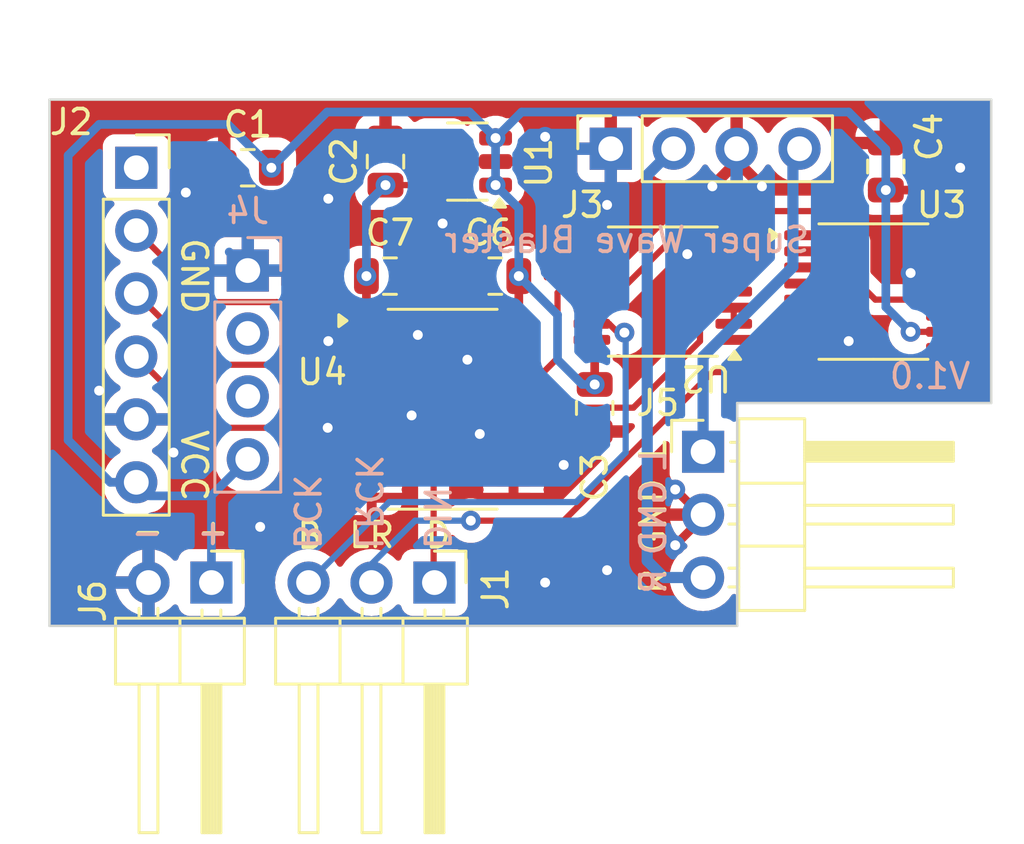
<source format=kicad_pcb>
(kicad_pcb (version 20240108) (generator "pcbnew") (generator_version "8.0")
  (layers (0 "F.Cu" signal) (31 "B.Cu" signal) (34 "B.Paste" user) (35 "F.Paste" user) (36 "B.SilkS" user "B.Silkscreen") (37 "F.SilkS" user "F.Silkscreen") (38 "B.Mask" user) (39 "F.Mask" user) (44 "Edge.Cuts" user))
  (net 0 "")
  (net 1 "GND")
  (net 2 "VCC")
  (net 3 "VDD")
  (net 4 "LRCK_EIAJ")
  (net 5 "BCK_EIAJ")
  (net 7 "Net-(U2-1A)")
  (net 8 "Net-(U2-1Y)")
  (net 9 "Net-(U2-2Y)")
  (net 20 "DIN_EIAJ")
  (net 21 "BCK_INV")
  (net 22 "BCK_I2S")
  (net 23 "LRCK_I2S")
  (net 24 "AUDIO_R")
  (net 25 "AUDIO_L")
  (net 26 "SCK_VDD")
  (net 27 "BCK_VDD")
  (net 28 "DIN_VDD")
  (net 29 "LRCK_VDD")
  (footprint "Package_SO:TSSOP-24_4.4x7.8mm_P0.65mm" (layer "F.Cu") (at 132.1125 76.25)
    (property "Reference" "U4" (at -4.8625 -1.5 0) (layer "F.SilkS"))
    (property "Value" "SN74LVC8T245PWR")
    (fp_line (start 0 -4.035) (end -2.2 -4.035) (stroke (width 0.12)) (layer "F.SilkS"))
    (fp_line (start 0 -4.035) (end 2.2 -4.035) (stroke (width 0.12)) (layer "F.SilkS"))
    (fp_line (start 0 4.035) (end -2.2 4.035) (stroke (width 0.12)) (layer "F.SilkS"))
    (fp_line (start 0 4.035) (end 2.2 4.035) (stroke (width 0.12)) (layer "F.SilkS"))
    (fp_poly (pts (xy -3.86 -3.575) (xy -4.19 -3.815) (xy -4.19 -3.335) (xy -3.86 -3.575)) (stroke (width 0.12)) (fill solid) (layer "F.SilkS"))
    (pad "1" smd roundrect (at -2.8625 -3.575) (size 1.475 0.4) (layers "F.Cu" "F.Paste" "F.Mask") (net 3 "VDD"))
    (pad "2" smd roundrect (at -2.8625 -2.925) (size 1.475 0.4) (layers "F.Cu" "F.Paste" "F.Mask") (net 1 "GND"))
    (pad "3" smd roundrect (at -2.8625 -2.275) (size 1.475 0.4) (layers "F.Cu" "F.Paste" "F.Mask") (net 1 "GND"))
    (pad "4" smd roundrect (at -2.8625 -1.625) (size 1.475 0.4) (layers "F.Cu" "F.Paste" "F.Mask") (net 27 "BCK_VDD"))
    (pad "5" smd roundrect (at -2.8625 -0.975) (size 1.475 0.4) (layers "F.Cu" "F.Paste" "F.Mask") (net 28 "DIN_VDD"))
    (pad "6" smd roundrect (at -2.8625 -0.325) (size 1.475 0.4) (layers "F.Cu" "F.Paste" "F.Mask") (net 29 "LRCK_VDD"))
    (pad "7" smd roundrect (at -2.8625 0.325) (size 1.475 0.4) (layers "F.Cu" "F.Paste" "F.Mask") (net 1 "GND"))
    (pad "8" smd roundrect (at -2.8625 0.975) (size 1.475 0.4) (layers "F.Cu" "F.Paste" "F.Mask") (net 1 "GND"))
    (pad "9" smd roundrect (at -2.8625 1.625) (size 1.475 0.4) (layers "F.Cu" "F.Paste" "F.Mask") (net 1 "GND"))
    (pad "10" smd roundrect (at -2.8625 2.275) (size 1.475 0.4) (layers "F.Cu" "F.Paste" "F.Mask") (net 1 "GND"))
    (pad "11" smd roundrect (at -2.8625 2.925) (size 1.475 0.4) (layers "F.Cu" "F.Paste" "F.Mask") (net 1 "GND"))
    (pad "12" smd roundrect (at -2.8625 3.575) (size 1.475 0.4) (layers "F.Cu" "F.Paste" "F.Mask") (net 1 "GND"))
    (pad "13" smd roundrect (at 2.8625 3.575) (size 1.475 0.4) (layers "F.Cu" "F.Paste" "F.Mask") (net 1 "GND"))
    (pad "14" smd roundrect (at 2.8625 2.925) (size 1.475 0.4) (layers "F.Cu" "F.Paste" "F.Mask") (net 1 "GND"))
    (pad "15" smd roundrect (at 2.8625 2.275) (size 1.475 0.4) (layers "F.Cu" "F.Paste" "F.Mask") (net 1 "GND"))
    (pad "16" smd roundrect (at 2.8625 1.625) (size 1.475 0.4) (layers "F.Cu" "F.Paste" "F.Mask") (net 1 "GND"))
    (pad "17" smd roundrect (at 2.8625 0.975) (size 1.475 0.4) (layers "F.Cu" "F.Paste" "F.Mask") (net 1 "GND"))
    (pad "18" smd roundrect (at 2.8625 0.325) (size 1.475 0.4) (layers "F.Cu" "F.Paste" "F.Mask") (net 23 "LRCK_I2S"))
    (pad "19" smd roundrect (at 2.8625 -0.325) (size 1.475 0.4) (layers "F.Cu" "F.Paste" "F.Mask") (net 20 "DIN_EIAJ"))
    (pad "20" smd roundrect (at 2.8625 -0.975) (size 1.475 0.4) (layers "F.Cu" "F.Paste" "F.Mask") (net 22 "BCK_I2S"))
    (pad "21" smd roundrect (at 2.8625 -1.625) (size 1.475 0.4) (layers "F.Cu" "F.Paste" "F.Mask") (net 1 "GND"))
    (pad "22" smd roundrect (at 2.8625 -2.275) (size 1.475 0.4) (layers "F.Cu" "F.Paste" "F.Mask") (net 1 "GND"))
    (pad "23" smd roundrect (at 2.8625 -2.925) (size 1.475 0.4) (layers "F.Cu" "F.Paste" "F.Mask") (net 2 "VCC"))
    (pad "24" smd roundrect (at 2.8625 -3.575) (size 1.475 0.4) (layers "F.Cu" "F.Paste" "F.Mask") (net 2 "VCC"))
  )
  (footprint "Capacitor_SMD:C_0805_2012Metric" (layer "F.Cu") (at 124.25 66.5 180)
    (property "Reference" "C1" (at 0 1.75 0) (layer "F.SilkS"))
    (property "Value" "10uf")
    (fp_line (start -0.261252 0.735) (end 0.261252 0.735) (stroke (width 0.12)) (layer "F.SilkS"))
    (fp_line (start -0.261252 -0.735) (end 0.261252 -0.735) (stroke (width 0.12)) (layer "F.SilkS"))
    (pad "1" smd roundrect (at -0.95 0 180) (size 1 1.45) (layers "F.Cu" "F.Paste" "F.Mask") (net 2 "VCC"))
    (pad "2" smd roundrect (at 0.95 0 180) (size 1 1.45) (layers "F.Cu" "F.Paste" "F.Mask") (net 1 "GND"))
  )
  (footprint "Package_TO_SOT_SMD:SOT-23-5" (layer "F.Cu") (at 133.1125 66.25 180)
    (property "Reference" "U1" (at -2.8875 -0.05 90) (layer "F.SilkS"))
    (property "Value" "TLV73333PDBV")
    (fp_line (start 0 1.56) (end 0.8 1.56) (stroke (width 0.12)) (layer "F.SilkS"))
    (fp_line (start 0 1.56) (end -0.8 1.56) (stroke (width 0.12)) (layer "F.SilkS"))
    (fp_line (start 0 -1.56) (end 0.8 -1.56) (stroke (width 0.12)) (layer "F.SilkS"))
    (fp_line (start 0 -1.56) (end -0.8 -1.56) (stroke (width 0.12)) (layer "F.SilkS"))
    (fp_poly (pts (xy -1.3 -1.51) (xy -1.54 -1.84) (xy -1.06 -1.84) (xy -1.3 -1.51)) (stroke (width 0.12)) (fill solid) (layer "F.SilkS"))
    (pad "1" smd roundrect (at -1.1375 -0.95 180) (size 1.325 0.6) (layers "F.Cu" "F.Paste" "F.Mask") (net 2 "VCC"))
    (pad "2" smd roundrect (at -1.1375 0 180) (size 1.325 0.6) (layers "F.Cu" "F.Paste" "F.Mask") (net 1 "GND"))
    (pad "3" smd roundrect (at -1.1375 0.95 180) (size 1.325 0.6) (layers "F.Cu" "F.Paste" "F.Mask") (net 2 "VCC"))
    (pad "4" smd roundrect (at 1.1375 0.95 180) (size 1.325 0.6) (layers "F.Cu" "F.Paste" "F.Mask"))
    (pad "5" smd roundrect (at 1.1375 -0.95 180) (size 1.325 0.6) (layers "F.Cu" "F.Paste" "F.Mask") (net 3 "VDD"))
  )
  (footprint "Connector_PinHeader_2.54mm:PinHeader_1x02_P2.54mm_Horizontal" (layer "F.Cu") (at 122.782925 83.25 -90)
    (property "Reference" "J6" (at 0.75 4.782925 90) (layer "F.SilkS"))
    (property "Value" "Power Input")
    (fp_line (start 1.44 3.87) (end 4.1 3.87) (stroke (width 0.12)) (layer "F.SilkS"))
    (fp_line (start 4.1 3.87) (end 4.1 -1.33) (stroke (width 0.12)) (layer "F.SilkS"))
    (fp_line (start 1.042929 2.92) (end 1.44 2.92) (stroke (width 0.12)) (layer "F.SilkS"))
    (fp_line (start 10.1 2.92) (end 4.1 2.92) (stroke (width 0.12)) (layer "F.SilkS"))
    (fp_line (start 1.042929 2.16) (end 1.44 2.16) (stroke (width 0.12)) (layer "F.SilkS"))
    (fp_line (start 4.1 2.16) (end 10.1 2.16) (stroke (width 0.12)) (layer "F.SilkS"))
    (fp_line (start 10.1 2.16) (end 10.1 2.92) (stroke (width 0.12)) (layer "F.SilkS"))
    (fp_line (start 1.44 1.27) (end 4.1 1.27) (stroke (width 0.12)) (layer "F.SilkS"))
    (fp_line (start 1.11 0.38) (end 1.44 0.38) (stroke (width 0.12)) (layer "F.SilkS"))
    (fp_line (start 10.1 0.38) (end 4.1 0.38) (stroke (width 0.12)) (layer "F.SilkS"))
    (fp_line (start 4.1 0.28) (end 10.1 0.28) (stroke (width 0.12)) (layer "F.SilkS"))
    (fp_line (start 4.1 0.16) (end 10.1 0.16) (stroke (width 0.12)) (layer "F.SilkS"))
    (fp_line (start 4.1 0.04) (end 10.1 0.04) (stroke (width 0.12)) (layer "F.SilkS"))
    (fp_line (start -1.27 0) (end -1.27 -1.27) (stroke (width 0.12)) (layer "F.SilkS"))
    (fp_line (start 4.1 -0.08) (end 10.1 -0.08) (stroke (width 0.12)) (layer "F.SilkS"))
    (fp_line (start 4.1 -0.2) (end 10.1 -0.2) (stroke (width 0.12)) (layer "F.SilkS"))
    (fp_line (start 4.1 -0.32) (end 10.1 -0.32) (stroke (width 0.12)) (layer "F.SilkS"))
    (fp_line (start 1.11 -0.38) (end 1.44 -0.38) (stroke (width 0.12)) (layer "F.SilkS"))
    (fp_line (start 4.1 -0.38) (end 10.1 -0.38) (stroke (width 0.12)) (layer "F.SilkS"))
    (fp_line (start 10.1 -0.38) (end 10.1 0.38) (stroke (width 0.12)) (layer "F.SilkS"))
    (fp_line (start -1.27 -1.27) (end 0 -1.27) (stroke (width 0.12)) (layer "F.SilkS"))
    (fp_line (start 1.44 -1.33) (end 1.44 3.87) (stroke (width 0.12)) (layer "F.SilkS"))
    (fp_line (start 4.1 -1.33) (end 1.44 -1.33) (stroke (width 0.12)) (layer "F.SilkS"))
    (pad "1" thru_hole rect (at 0 0 270) (size 1.7 1.7) (drill 1) (layers "*.Cu" "*.Mask") (net 2 "VCC"))
    (pad "2" thru_hole oval (at 0 2.54 270) (size 1.7 1.7) (drill 1) (layers "*.Cu" "*.Mask") (net 1 "GND"))
  )
  (footprint "Connector_PinSocket_2.54mm:PinSocket_1x06_P2.54mm_Vertical" (layer "F.Cu") (at 119.75 66.5)
    (property "Reference" "J2" (at -2.624899 -1.847525 0) (layer "F.SilkS"))
    (property "Value" "PCM5102_I2S")
    (fp_line (start -1.33 1.27) (end -1.33 14.03) (stroke (width 0.12)) (layer "F.SilkS"))
    (fp_line (start -1.33 1.27) (end 1.33 1.27) (stroke (width 0.12)) (layer "F.SilkS"))
    (fp_line (start -1.33 14.03) (end 1.33 14.03) (stroke (width 0.12)) (layer "F.SilkS"))
    (fp_line (start 0 -1.33) (end 1.33 -1.33) (stroke (width 0.12)) (layer "F.SilkS"))
    (fp_line (start 1.33 -1.33) (end 1.33 0) (stroke (width 0.12)) (layer "F.SilkS"))
    (fp_line (start 1.33 1.27) (end 1.33 14.03) (stroke (width 0.12)) (layer "F.SilkS"))
    (pad "1" thru_hole rect (at 0 0) (size 1.7 1.7) (drill 1) (layers "*.Cu" "*.Mask") (net 26 "SCK_VDD"))
    (pad "2" thru_hole oval (at 0 2.54) (size 1.7 1.7) (drill 1) (layers "*.Cu" "*.Mask") (net 27 "BCK_VDD"))
    (pad "3" thru_hole oval (at 0 5.08) (size 1.7 1.7) (drill 1) (layers "*.Cu" "*.Mask") (net 28 "DIN_VDD"))
    (pad "4" thru_hole oval (at 0 7.62) (size 1.7 1.7) (drill 1) (layers "*.Cu" "*.Mask") (net 29 "LRCK_VDD"))
    (pad "5" thru_hole oval (at 0 10.16) (size 1.7 1.7) (drill 1) (layers "*.Cu" "*.Mask") (net 1 "GND"))
    (pad "6" thru_hole oval (at 0 12.7) (size 1.7 1.7) (drill 1) (layers "*.Cu" "*.Mask") (net 2 "VCC"))
  )
  (footprint "Package_SO:TSSOP-16_4.4x5mm_P0.65mm" (layer "F.Cu") (at 149.5 71.5)
    (property "Reference" "U3" (at 2.75 -3.5 0) (layer "F.SilkS"))
    (property "Value" "SN74HC595PWR")
    (fp_line (start 0 -2.735) (end -2.2 -2.735) (stroke (width 0.12)) (layer "F.SilkS"))
    (fp_line (start 0 -2.735) (end 2.2 -2.735) (stroke (width 0.12)) (layer "F.SilkS"))
    (fp_line (start 0 2.735) (end -2.2 2.735) (stroke (width 0.12)) (layer "F.SilkS"))
    (fp_line (start 0 2.735) (end 2.2 2.735) (stroke (width 0.12)) (layer "F.SilkS"))
    (fp_poly (pts (xy -3.86 -2.275) (xy -4.19 -2.515) (xy -4.19 -2.035) (xy -3.86 -2.275)) (stroke (width 0.12)) (fill solid) (layer "F.SilkS"))
    (pad "1" smd roundrect (at -2.8625 -2.275) (size 1.475 0.4) (layers "F.Cu" "F.Paste" "F.Mask"))
    (pad "2" smd roundrect (at -2.8625 -1.625) (size 1.475 0.4) (layers "F.Cu" "F.Paste" "F.Mask"))
    (pad "3" smd roundrect (at -2.8625 -0.975) (size 1.475 0.4) (layers "F.Cu" "F.Paste" "F.Mask"))
    (pad "4" smd roundrect (at -2.8625 -0.325) (size 1.475 0.4) (layers "F.Cu" "F.Paste" "F.Mask"))
    (pad "5" smd roundrect (at -2.8625 0.325) (size 1.475 0.4) (layers "F.Cu" "F.Paste" "F.Mask"))
    (pad "6" smd roundrect (at -2.8625 0.975) (size 1.475 0.4) (layers "F.Cu" "F.Paste" "F.Mask") (net 7 "Net-(U2-1A)"))
    (pad "7" smd roundrect (at -2.8625 1.625) (size 1.475 0.4) (layers "F.Cu" "F.Paste" "F.Mask"))
    (pad "8" smd roundrect (at -2.8625 2.275) (size 1.475 0.4) (layers "F.Cu" "F.Paste" "F.Mask") (net 1 "GND"))
    (pad "9" smd roundrect (at 2.8625 2.275) (size 1.475 0.4) (layers "F.Cu" "F.Paste" "F.Mask"))
    (pad "10" smd roundrect (at 2.8625 1.625) (size 1.475 0.4) (layers "F.Cu" "F.Paste" "F.Mask") (net 2 "VCC"))
    (pad "11" smd roundrect (at 2.8625 0.975) (size 1.475 0.4) (layers "F.Cu" "F.Paste" "F.Mask") (net 21 "BCK_INV"))
    (pad "12" smd roundrect (at 2.8625 0.325) (size 1.475 0.4) (layers "F.Cu" "F.Paste" "F.Mask") (net 21 "BCK_INV"))
    (pad "13" smd roundrect (at 2.8625 -0.325) (size 1.475 0.4) (layers "F.Cu" "F.Paste" "F.Mask") (net 1 "GND"))
    (pad "14" smd roundrect (at 2.8625 -0.975) (size 1.475 0.4) (layers "F.Cu" "F.Paste" "F.Mask") (net 4 "LRCK_EIAJ"))
    (pad "15" smd roundrect (at 2.8625 -1.625) (size 1.475 0.4) (layers "F.Cu" "F.Paste" "F.Mask"))
    (pad "16" smd roundrect (at 2.8625 -2.275) (size 1.475 0.4) (layers "F.Cu" "F.Paste" "F.Mask") (net 2 "VCC"))
  )
  (footprint "Capacitor_SMD:C_0805_2012Metric" (layer "F.Cu") (at 138.25 76.2 -90)
    (property "Reference" "C3" (at 2.8 0 90) (layer "F.SilkS"))
    (property "Value" "0.1uf")
    (fp_line (start -0.261252 0.735) (end 0.261252 0.735) (stroke (width 0.12)) (layer "F.SilkS"))
    (fp_line (start -0.261252 -0.735) (end 0.261252 -0.735) (stroke (width 0.12)) (layer "F.SilkS"))
    (pad "1" smd roundrect (at -0.95 0 270) (size 1 1.45) (layers "F.Cu" "F.Paste" "F.Mask") (net 2 "VCC"))
    (pad "2" smd roundrect (at 0.95 0 270) (size 1 1.45) (layers "F.Cu" "F.Paste" "F.Mask") (net 1 "GND"))
  )
  (footprint "Capacitor_SMD:C_0805_2012Metric" (layer "F.Cu") (at 129.807875 66.25 90)
    (property "Reference" "C2" (at 0 -1.68 90) (layer "F.SilkS"))
    (property "Value" "10uf")
    (fp_line (start -0.261252 -0.735) (end 0.261252 -0.735) (stroke (width 0.12)) (layer "F.SilkS"))
    (fp_line (start -0.261252 0.735) (end 0.261252 0.735) (stroke (width 0.12)) (layer "F.SilkS"))
    (pad "1" smd roundrect (at -0.95 0 90) (size 1 1.45) (layers "F.Cu" "F.Paste" "F.Mask") (net 3 "VDD"))
    (pad "2" smd roundrect (at 0.95 0 90) (size 1 1.45) (layers "F.Cu" "F.Paste" "F.Mask") (net 1 "GND"))
  )
  (footprint "Connector_PinSocket_2.54mm:PinSocket_1x04_P2.54mm_Vertical" (layer "F.Cu") (at 138.898314 65.73133 90)
    (property "Reference" "J3" (at -2.26867 -1.148314 180) (layer "F.SilkS"))
    (property "Value" "PCM5102_Audio")
    (fp_line (start 1.33 -1.33) (end 1.33 0) (stroke (width 0.12)) (layer "F.SilkS"))
    (fp_line (start 0 -1.33) (end 1.33 -1.33) (stroke (width 0.12)) (layer "F.SilkS"))
    (fp_line (start 1.33 1.27) (end 1.33 8.95) (stroke (width 0.12)) (layer "F.SilkS"))
    (fp_line (start -1.33 1.27) (end 1.33 1.27) (stroke (width 0.12)) (layer "F.SilkS"))
    (fp_line (start -1.33 1.27) (end -1.33 8.95) (stroke (width 0.12)) (layer "F.SilkS"))
    (fp_line (start -1.33 8.95) (end 1.33 8.95) (stroke (width 0.12)) (layer "F.SilkS"))
    (pad "1" thru_hole rect (at 0 0 90) (size 1.7 1.7) (drill 1) (layers "*.Cu" "*.Mask") (net 1 "GND"))
    (pad "2" thru_hole oval (at 0 2.54 90) (size 1.7 1.7) (drill 1) (layers "*.Cu" "*.Mask") (net 24 "AUDIO_R"))
    (pad "3" thru_hole oval (at 0 5.08 90) (size 1.7 1.7) (drill 1) (layers "*.Cu" "*.Mask") (net 1 "GND"))
    (pad "4" thru_hole oval (at 0 7.62 90) (size 1.7 1.7) (drill 1) (layers "*.Cu" "*.Mask") (net 25 "AUDIO_L"))
  )
  (footprint "Capacitor_SMD:C_0805_2012Metric" (layer "F.Cu") (at 150 66.45 90)
    (property "Reference" "C4" (at 1.2 1.75 90) (layer "F.SilkS"))
    (property "Value" "0.1uf")
    (fp_line (start -0.261252 -0.735) (end 0.261252 -0.735) (stroke (width 0.12)) (layer "F.SilkS"))
    (fp_line (start -0.261252 0.735) (end 0.261252 0.735) (stroke (width 0.12)) (layer "F.SilkS"))
    (pad "1" smd roundrect (at -0.95 0 90) (size 1 1.45) (layers "F.Cu" "F.Paste" "F.Mask") (net 2 "VCC"))
    (pad "2" smd roundrect (at 0.95 0 90) (size 1 1.45) (layers "F.Cu" "F.Paste" "F.Mask") (net 1 "GND"))
  )
  (footprint "Connector_PinHeader_2.54mm:PinHeader_1x03_P2.54mm_Horizontal" (layer "F.Cu") (at 142.625 77.9675)
    (property "Reference" "J5" (at -1.825 -1.9675 0) (layer "F.SilkS"))
    (property "Value" "Audio_Out")
    (fp_line (start -1.27 -1.27) (end 0 -1.27) (stroke (width 0.12)) (layer "F.SilkS"))
    (fp_line (start -1.27 0) (end -1.27 -1.27) (stroke (width 0.12)) (layer "F.SilkS"))
    (fp_line (start 1.042929 2.16) (end 1.44 2.16) (stroke (width 0.12)) (layer "F.SilkS"))
    (fp_line (start 1.042929 2.92) (end 1.44 2.92) (stroke (width 0.12)) (layer "F.SilkS"))
    (fp_line (start 1.042929 4.7) (end 1.44 4.7) (stroke (width 0.12)) (layer "F.SilkS"))
    (fp_line (start 1.042929 5.46) (end 1.44 5.46) (stroke (width 0.12)) (layer "F.SilkS"))
    (fp_line (start 1.11 -0.38) (end 1.44 -0.38) (stroke (width 0.12)) (layer "F.SilkS"))
    (fp_line (start 1.11 0.38) (end 1.44 0.38) (stroke (width 0.12)) (layer "F.SilkS"))
    (fp_line (start 1.44 -1.33) (end 1.44 6.41) (stroke (width 0.12)) (layer "F.SilkS"))
    (fp_line (start 1.44 1.27) (end 4.1 1.27) (stroke (width 0.12)) (layer "F.SilkS"))
    (fp_line (start 1.44 3.81) (end 4.1 3.81) (stroke (width 0.12)) (layer "F.SilkS"))
    (fp_line (start 1.44 6.41) (end 4.1 6.41) (stroke (width 0.12)) (layer "F.SilkS"))
    (fp_line (start 4.1 -1.33) (end 1.44 -1.33) (stroke (width 0.12)) (layer "F.SilkS"))
    (fp_line (start 4.1 -0.38) (end 10.1 -0.38) (stroke (width 0.12)) (layer "F.SilkS"))
    (fp_line (start 4.1 -0.32) (end 10.1 -0.32) (stroke (width 0.12)) (layer "F.SilkS"))
    (fp_line (start 4.1 -0.2) (end 10.1 -0.2) (stroke (width 0.12)) (layer "F.SilkS"))
    (fp_line (start 4.1 -0.08) (end 10.1 -0.08) (stroke (width 0.12)) (layer "F.SilkS"))
    (fp_line (start 4.1 0.04) (end 10.1 0.04) (stroke (width 0.12)) (layer "F.SilkS"))
    (fp_line (start 4.1 0.16) (end 10.1 0.16) (stroke (width 0.12)) (layer "F.SilkS"))
    (fp_line (start 4.1 0.28) (end 10.1 0.28) (stroke (width 0.12)) (layer "F.SilkS"))
    (fp_line (start 4.1 2.16) (end 10.1 2.16) (stroke (width 0.12)) (layer "F.SilkS"))
    (fp_line (start 4.1 4.7) (end 10.1 4.7) (stroke (width 0.12)) (layer "F.SilkS"))
    (fp_line (start 4.1 6.41) (end 4.1 -1.33) (stroke (width 0.12)) (layer "F.SilkS"))
    (fp_line (start 10.1 -0.38) (end 10.1 0.38) (stroke (width 0.12)) (layer "F.SilkS"))
    (fp_line (start 10.1 0.38) (end 4.1 0.38) (stroke (width 0.12)) (layer "F.SilkS"))
    (fp_line (start 10.1 2.16) (end 10.1 2.92) (stroke (width 0.12)) (layer "F.SilkS"))
    (fp_line (start 10.1 2.92) (end 4.1 2.92) (stroke (width 0.12)) (layer "F.SilkS"))
    (fp_line (start 10.1 4.7) (end 10.1 5.46) (stroke (width 0.12)) (layer "F.SilkS"))
    (fp_line (start 10.1 5.46) (end 4.1 5.46) (stroke (width 0.12)) (layer "F.SilkS"))
    (pad "1" thru_hole rect (at 0 0) (size 1.7 1.7) (drill 1) (layers "*.Cu" "*.Mask") (net 25 "AUDIO_L"))
    (pad "2" thru_hole oval (at 0 2.54) (size 1.7 1.7) (drill 1) (layers "*.Cu" "*.Mask") (net 1 "GND"))
    (pad "3" thru_hole oval (at 0 5.08) (size 1.7 1.7) (drill 1) (layers "*.Cu" "*.Mask") (net 24 "AUDIO_R"))
  )
  (footprint "Capacitor_SMD:C_0805_2012Metric" (layer "F.Cu") (at 134.2375 70.875 180)
    (property "Reference" "C6" (at 0.25 1.75 0) (layer "F.SilkS"))
    (property "Value" "0.1uf")
    (fp_line (start -0.261252 0.735) (end 0.261252 0.735) (stroke (width 0.12)) (layer "F.SilkS"))
    (fp_line (start -0.261252 -0.735) (end 0.261252 -0.735) (stroke (width 0.12)) (layer "F.SilkS"))
    (pad "1" smd roundrect (at -0.95 0 180) (size 1 1.45) (layers "F.Cu" "F.Paste" "F.Mask") (net 2 "VCC"))
    (pad "2" smd roundrect (at 0.95 0 180) (size 1 1.45) (layers "F.Cu" "F.Paste" "F.Mask") (net 1 "GND"))
  )
  (footprint "Capacitor_SMD:C_0805_2012Metric" (layer "F.Cu") (at 129.9875 70.875)
    (property "Reference" "C7" (at 0 -1.75 0) (layer "F.SilkS"))
    (property "Value" "0.1uf")
    (fp_line (start -0.261252 -0.735) (end 0.261252 -0.735) (stroke (width 0.12)) (layer "F.SilkS"))
    (fp_line (start -0.261252 0.735) (end 0.261252 0.735) (stroke (width 0.12)) (layer "F.SilkS"))
    (pad "1" smd roundrect (at -0.95 0) (size 1 1.45) (layers "F.Cu" "F.Paste" "F.Mask") (net 3 "VDD"))
    (pad "2" smd roundrect (at 0.95 0) (size 1 1.45) (layers "F.Cu" "F.Paste" "F.Mask") (net 1 "GND"))
  )
  (footprint "Package_SO:TSSOP-14_4.4x5mm_P0.65mm" (layer "F.Cu") (at 141 71.5 180)
    (property "Reference" "U2" (at -1.75 -3.5 180) (layer "F.SilkS"))
    (property "Value" "CD74HCT14PWR")
    (fp_line (start 0 2.61) (end 2.2 2.61) (stroke (width 0.12)) (layer "F.SilkS"))
    (fp_line (start 0 2.61) (end -2.2 2.61) (stroke (width 0.12)) (layer "F.SilkS"))
    (fp_line (start 0 -2.61) (end 2.2 -2.61) (stroke (width 0.12)) (layer "F.SilkS"))
    (fp_line (start 0 -2.61) (end -2.2 -2.61) (stroke (width 0.12)) (layer "F.SilkS"))
    (fp_poly (pts (xy -2.9 -2.41) (xy -3.14 -2.74) (xy -2.66 -2.74) (xy -2.9 -2.41)) (stroke (width 0.12)) (fill solid) (layer "F.SilkS"))
    (pad "1" smd roundrect (at -2.8625 -1.95 180) (size 1.475 0.4) (layers "F.Cu" "F.Paste" "F.Mask") (net 7 "Net-(U2-1A)"))
    (pad "2" smd roundrect (at -2.8625 -1.3 180) (size 1.475 0.4) (layers "F.Cu" "F.Paste" "F.Mask") (net 8 "Net-(U2-1Y)"))
    (pad "3" smd roundrect (at -2.8625 -0.65 180) (size 1.475 0.4) (layers "F.Cu" "F.Paste" "F.Mask") (net 8 "Net-(U2-1Y)"))
    (pad "4" smd roundrect (at -2.8625 0 180) (size 1.475 0.4) (layers "F.Cu" "F.Paste" "F.Mask") (net 9 "Net-(U2-2Y)"))
    (pad "5" smd roundrect (at -2.8625 0.65 180) (size 1.475 0.4) (layers "F.Cu" "F.Paste" "F.Mask") (net 9 "Net-(U2-2Y)"))
    (pad "6" smd roundrect (at -2.8625 1.3 180) (size 1.475 0.4) (layers "F.Cu" "F.Paste" "F.Mask") (net 23 "LRCK_I2S"))
    (pad "7" smd roundrect (at -2.8625 1.95 180) (size 1.475 0.4) (layers "F.Cu" "F.Paste" "F.Mask") (net 1 "GND"))
    (pad "8" smd roundrect (at 2.8625 1.95 180) (size 1.475 0.4) (layers "F.Cu" "F.Paste" "F.Mask"))
    (pad "9" smd roundrect (at 2.8625 1.3 180) (size 1.475 0.4) (layers "F.Cu" "F.Paste" "F.Mask"))
    (pad "10" smd roundrect (at 2.8625 0.65 180) (size 1.475 0.4) (layers "F.Cu" "F.Paste" "F.Mask") (net 22 "BCK_I2S"))
    (pad "11" smd roundrect (at 2.8625 0 180) (size 1.475 0.4) (layers "F.Cu" "F.Paste" "F.Mask") (net 21 "BCK_INV"))
    (pad "12" smd roundrect (at 2.8625 -0.65 180) (size 1.475 0.4) (layers "F.Cu" "F.Paste" "F.Mask") (net 21 "BCK_INV"))
    (pad "13" smd roundrect (at 2.8625 -1.3 180) (size 1.475 0.4) (layers "F.Cu" "F.Paste" "F.Mask") (net 5 "BCK_EIAJ"))
    (pad "14" smd roundrect (at 2.8625 -1.95 180) (size 1.475 0.4) (layers "F.Cu" "F.Paste" "F.Mask") (net 2 "VCC"))
  )
  (footprint "Connector_PinHeader_2.54mm:PinHeader_1x03_P2.54mm_Horizontal" (layer "F.Cu") (at 131.782925 83.25 -90)
    (property "Reference" "J1" (at 0.25 -2.467075 90) (layer "F.SilkS"))
    (property "Value" "EIAJ_Input")
    (fp_line (start 1.44 6.41) (end 4.1 6.41) (stroke (width 0.12)) (layer "F.SilkS"))
    (fp_line (start 4.1 6.41) (end 4.1 -1.33) (stroke (width 0.12)) (layer "F.SilkS"))
    (fp_line (start 1.042929 5.46) (end 1.44 5.46) (stroke (width 0.12)) (layer "F.SilkS"))
    (fp_line (start 10.1 5.46) (end 4.1 5.46) (stroke (width 0.12)) (layer "F.SilkS"))
    (fp_line (start 1.042929 4.7) (end 1.44 4.7) (stroke (width 0.12)) (layer "F.SilkS"))
    (fp_line (start 4.1 4.7) (end 10.1 4.7) (stroke (width 0.12)) (layer "F.SilkS"))
    (fp_line (start 10.1 4.7) (end 10.1 5.46) (stroke (width 0.12)) (layer "F.SilkS"))
    (fp_line (start 1.44 3.81) (end 4.1 3.81) (stroke (width 0.12)) (layer "F.SilkS"))
    (fp_line (start 1.042929 2.92) (end 1.44 2.92) (stroke (width 0.12)) (layer "F.SilkS"))
    (fp_line (start 10.1 2.92) (end 4.1 2.92) (stroke (width 0.12)) (layer "F.SilkS"))
    (fp_line (start 1.042929 2.16) (end 1.44 2.16) (stroke (width 0.12)) (layer "F.SilkS"))
    (fp_line (start 4.1 2.16) (end 10.1 2.16) (stroke (width 0.12)) (layer "F.SilkS"))
    (fp_line (start 10.1 2.16) (end 10.1 2.92) (stroke (width 0.12)) (layer "F.SilkS"))
    (fp_line (start 1.44 1.27) (end 4.1 1.27) (stroke (width 0.12)) (layer "F.SilkS"))
    (fp_line (start 1.11 0.38) (end 1.44 0.38) (stroke (width 0.12)) (layer "F.SilkS"))
    (fp_line (start 10.1 0.38) (end 4.1 0.38) (stroke (width 0.12)) (layer "F.SilkS"))
    (fp_line (start 4.1 0.28) (end 10.1 0.28) (stroke (width 0.12)) (layer "F.SilkS"))
    (fp_line (start 4.1 0.16) (end 10.1 0.16) (stroke (width 0.12)) (layer "F.SilkS"))
    (fp_line (start 4.1 0.04) (end 10.1 0.04) (stroke (width 0.12)) (layer "F.SilkS"))
    (fp_line (start -1.27 0) (end -1.27 -1.27) (stroke (width 0.12)) (layer "F.SilkS"))
    (fp_line (start 4.1 -0.08) (end 10.1 -0.08) (stroke (width 0.12)) (layer "F.SilkS"))
    (fp_line (start 4.1 -0.2) (end 10.1 -0.2) (stroke (width 0.12)) (layer "F.SilkS"))
    (fp_line (start 4.1 -0.32) (end 10.1 -0.32) (stroke (width 0.12)) (layer "F.SilkS"))
    (fp_line (start 1.11 -0.38) (end 1.44 -0.38) (stroke (width 0.12)) (layer "F.SilkS"))
    (fp_line (start 4.1 -0.38) (end 10.1 -0.38) (stroke (width 0.12)) (layer "F.SilkS"))
    (fp_line (start 10.1 -0.38) (end 10.1 0.38) (stroke (width 0.12)) (layer "F.SilkS"))
    (fp_line (start -1.27 -1.27) (end 0 -1.27) (stroke (width 0.12)) (layer "F.SilkS"))
    (fp_line (start 1.44 -1.33) (end 1.44 6.41) (stroke (width 0.12)) (layer "F.SilkS"))
    (fp_line (start 4.1 -1.33) (end 1.44 -1.33) (stroke (width 0.12)) (layer "F.SilkS"))
    (pad "1" thru_hole rect (at 0 0 270) (size 1.7 1.7) (drill 1) (layers "*.Cu" "*.Mask") (net 20 "DIN_EIAJ"))
    (pad "2" thru_hole oval (at 0 2.54 270) (size 1.7 1.7) (drill 1) (layers "*.Cu" "*.Mask") (net 4 "LRCK_EIAJ"))
    (pad "3" thru_hole oval (at 0 5.08 270) (size 1.7 1.7) (drill 1) (layers "*.Cu" "*.Mask") (net 5 "BCK_EIAJ"))
  )
  (footprint "Connector_PinHeader_2.54mm:PinHeader_1x04_P2.54mm_Vertical" (layer "B.Cu") (at 124.25 70.65 180)
    (property "Reference" "J4" (at 0 2.4 0) (layer "B.SilkS") (effects (justify mirror)))
    (property "Value" "Power Input")
    (fp_line (start 1.33 -1.27) (end 1.33 -8.95) (stroke (width 0.12)) (layer "B.SilkS"))
    (fp_line (start -1.33 1.33) (end 0 1.33) (stroke (width 0.12)) (layer "B.SilkS"))
    (fp_line (start -1.33 0) (end -1.33 1.33) (stroke (width 0.12)) (layer "B.SilkS"))
    (fp_line (start -1.33 -1.27) (end 1.33 -1.27) (stroke (width 0.12)) (layer "B.SilkS"))
    (fp_line (start -1.33 -1.27) (end -1.33 -8.95) (stroke (width 0.12)) (layer "B.SilkS"))
    (fp_line (start -1.33 -8.95) (end 1.33 -8.95) (stroke (width 0.12)) (layer "B.SilkS"))
    (pad "1" thru_hole rect (at 0 0 180) (size 1.7 1.7) (drill 1) (layers "*.Cu" "*.Mask") (net 1 "GND"))
    (pad "2" thru_hole oval (at 0 -2.54 180) (size 1.7 1.7) (drill 1) (layers "*.Cu" "*.Mask"))
    (pad "3" thru_hole oval (at 0 -5.08 180) (size 1.7 1.7) (drill 1) (layers "*.Cu" "*.Mask"))
    (pad "4" thru_hole oval (at 0 -7.62 180) (size 1.7 1.7) (drill 1) (layers "*.Cu" "*.Mask") (net 2 "VCC"))
  )
  (gr_line (start 116.25 63.75) (end 116.25 85) (stroke (width 0.1)) (layer "Edge.Cuts"))
  (gr_line (start 116.25 63.75) (end 154.25 63.75) (stroke (width 0.1)) (layer "Edge.Cuts"))
  (gr_line (start 154.25 63.75) (end 154.25 76) (stroke (width 0.1)) (layer "Edge.Cuts"))
  (gr_line (start 116.25 85) (end 144 85) (stroke (width 0.1)) (layer "Edge.Cuts"))
  (gr_line (start 144 76) (end 154.25 76) (stroke (width 0.1)) (layer "Edge.Cuts"))
  (gr_line (start 144 85) (end 144 76) (stroke (width 0.1)) (layer "Edge.Cuts"))
  (gr_text "L\n" (at 141.2 77.8 90) (layer "B.SilkS") (effects (font (size 1 1)) (justify left bottom mirror)))
  (gr_text "V1.0" (at 153.5 75.5 0) (layer "B.SilkS") (effects (font (size 1 1)) (justify left bottom mirror)))
  (gr_text "BCK" (at 126.032925 82 -90) (layer "B.SilkS") (effects (font (size 1 1)) (justify left bottom mirror)))
  (gr_text "DIN" (at 131.282925 82 -90) (layer "B.SilkS") (effects (font (size 1 1)) (justify left bottom mirror)))
  (gr_text "GND" (at 141.2 79 90) (layer "B.SilkS") (effects (font (size 1 1)) (justify left bottom mirror)))
  (gr_text "LRCK" (at 128.532925 82 -90) (layer "B.SilkS") (effects (font (size 1 1)) (justify left bottom mirror)))
  (gr_text "+" (at 122.118079 81.798158 0) (layer "B.SilkS") (effects (font (size 1 1)) (justify left bottom)))
  (gr_text "R" (at 141.2 82.6 90) (layer "B.SilkS") (effects (font (size 1 1)) (justify left bottom mirror)))
  (gr_text "-" (at 119.463513 81.804741 0) (layer "B.SilkS") (effects (font (size 1 1)) (justify left bottom)))
  (gr_text "Super Wave Blaster" (at 147 70 0) (layer "B.SilkS") (effects (font (size 1 1)) (justify left bottom mirror)))
  (gr_text "+" (at 122.133215 81.764595 0) (layer "F.SilkS") (effects (font (size 1 1)) (justify left bottom)))
  (gr_text "-" (at 119.5 81.75 0) (layer "F.SilkS") (effects (font (size 1 1)) (justify left bottom)))
  (gr_text "LR" (at 128.25 81.916038 0) (layer "F.SilkS") (effects (font (size 1 1)) (justify left bottom)))
  (gr_text "R" (at 141.2 83.8 90) (layer "F.SilkS") (effects (font (size 1 1)) (justify left bottom)))
  (gr_text "D" (at 131.336252 81.931167 0) (layer "F.SilkS") (effects (font (size 1 1)) (justify left bottom)))
  (gr_text "L\n" (at 141.2 78.4 90) (layer "F.SilkS") (effects (font (size 1 1)) (justify left bottom)))
  (gr_text "GND" (at 121.5 69.25 270) (layer "F.SilkS") (effects (font (size 1 1)) (justify left bottom)))
  (gr_text "VCC" (at 121.5 77 270) (layer "F.SilkS") (effects (font (size 1 1)) (justify left bottom)))
  (gr_text "GND" (at 141.2 82.2 90) (layer "F.SilkS") (effects (font (size 1 1)) (justify left bottom)))
  (gr_text "B" (at 126.156591 81.946672 0) (layer "F.SilkS") (effects (font (size 1 1)) (justify left bottom)))
  (segment (start 127.675 73.325) (end 129.25 73.325) (width 0.25) (layer "F.Cu") (net 1))
  (segment (start 134.975 73.975) (end 133.3875 73.975) (width 0.25) (layer "F.Cu") (net 1))
  (segment (start 127.9 76.575) (end 129.25 76.575) (width 0.25) (layer "F.Cu") (net 1))
  (segment (start 129.25 73.975) (end 130.83125 73.975) (width 0.25) (layer "F.Cu") (net 1))
  (segment (start 151 70.75) (end 151.425 71.175) (width 0.25) (layer "F.Cu") (net 1))
  (segment (start 134.975 74.625) (end 133.4875 74.625) (width 0.25) (layer "F.Cu") (net 1))
  (segment (start 131.1125 73.69375) (end 131.1125 73.25) (width 0.25) (layer "F.Cu") (net 1))
  (segment (start 131.0375 73.325) (end 131.1125 73.25) (width 0.25) (layer "F.Cu") (net 1))
  (segment (start 127.475 77) (end 127.9 76.575) (width 0.25) (layer "F.Cu") (net 1))
  (segment (start 129.25 76.575) (end 130.7875 76.575) (width 0.25) (layer "F.Cu") (net 1))
  (segment (start 148.225 73.775) (end 148.5 73.5) (width 0.35) (layer "F.Cu") (net 1))
  (segment (start 142.515 80.5075) (end 141.5 79.4925) (width 0.35) (layer "F.Cu") (net 1))
  (segment (start 143.978314 66.271686) (end 143 67.25) (width 0.45) (layer "F.Cu") (net 1))
  (segment (start 130.7875 76.575) (end 130.8625 76.5) (width 0.25) (layer "F.Cu") (net 1))
  (segment (start 142.625 80.265) (end 142.515 80.265) (width 0.35) (layer "F.Cu") (net 1))
  (segment (start 145 67.25) (end 145 67) (width 0.45) (layer "F.Cu") (net 1))
  (segment (start 135.25 66.25) (end 134.25 66.25) (width 0.35) (layer "F.Cu") (net 1))
  (segment (start 127.5 73.5) (end 127.975 73.975) (width 0.25) (layer "F.Cu") (net 1))
  (segment (start 133.6125 77.25) (end 133.6375 77.225) (width 0.25) (layer "F.Cu") (net 1))
  (segment (start 124.75 70.15) (end 124.25 70.65) (width 0.35) (layer "F.Cu") (net 1))
  (segment (start 141.987347 69.987347) (end 142.424694 69.55) (width 0.25) (layer "F.Cu") (net 1))
  (segment (start 129.807875 65.3) (end 129.7 65.3) (width 0.25) (layer "F.Cu") (net 1))
  (segment (start 143.978314 66.228314) (end 145 67.25) (width 0.45) (layer "F.Cu") (net 1))
  (segment (start 133.3875 73.975) (end 133.1125 74.25) (width 0.25) (layer "F.Cu") (net 1))
  (segment (start 130.83125 73.975) (end 131.1125 73.69375) (width 0.25) (layer "F.Cu") (net 1))
  (segment (start 127.975 73.975) (end 129.25 73.975) (width 0.25) (layer "F.Cu") (net 1))
  (segment (start 134.975 77.225) (end 133.6125 77.25) (width 0.25) (layer "F.Cu") (net 1))
  (segment (start 127.5 73.5) (end 127.675 73.325) (width 0.25) (layer "F.Cu") (net 1))
  (segment (start 142.625 80.265) (end 142.625 80.375) (width 0.35) (layer "F.Cu") (net 1))
  (segment (start 129.7 65.3) (end 128.75 66.25) (width 0.35) (layer "F.Cu") (net 1))
  (segment (start 136.25 65.25) (end 135.25 66.25) (width 0.35) (layer "F.Cu") (net 1))
  (segment (start 142.625 80.6175) (end 141.5 81.7425) (width 0.35) (layer "F.Cu") (net 1))
  (segment (start 129.25 73.325) (end 131.0375 73.325) (width 0.25) (layer "F.Cu") (net 1))
  (segment (start 142.424694 69.55) (end 143.8625 69.55) (width 0.25) (layer "F.Cu") (net 1))
  (segment (start 151.425 71.175) (end 152.3625 71.175) (width 0.25) (layer "F.Cu") (net 1))
  (segment (start 143.978314 65.73133) (end 143.978314 66.271686) (width 0.45) (layer "F.Cu") (net 1))
  (segment (start 134.975 77.225) (end 134.975 77.875) (width 0.25) (layer "F.Cu") (net 1))
  (segment (start 146.6375 73.775) (end 148.225 73.775) (width 0.35) (layer "F.Cu") (net 1))
  (segment (start 143.978314 65.73133) (end 143.978314 66.228314) (width 0.45) (layer "F.Cu") (net 1))
  (segment (start 133.4875 74.625) (end 133.1125 74.25) (width 0.25) (layer "F.Cu") (net 1))
  (via (at 141.987347 69.987347) (size 0.8) (drill 0.4) (layers "F.Cu" "B.Cu") (net 1))
  (via (at 118.25 75.5) (size 0.8) (drill 0.4) (layers "F.Cu" "B.Cu") (net 1))
  (via (at 136.25 83.25) (size 0.8) (drill 0.4) (layers "F.Cu" "B.Cu") (net 1))
  (via (at 137 78.5) (size 0.8) (drill 0.4) (layers "F.Cu" "B.Cu") (net 1))
  (via (at 153 66.5) (size 0.8) (drill 0.4) (layers "F.Cu" "B.Cu") (net 1))
  (via (at 145 67.25) (size 0.8) (drill 0.4) (layers "F.Cu" "B.Cu") (net 1))
  (via (at 124.75 81) (size 0.8) (drill 0.4) (layers "F.Cu" "B.Cu") (net 1))
  (via (at 151 70.75) (size 0.8) (drill 0.4) (layers "F.Cu" "B.Cu") (net 1))
  (via (at 143 67.25) (size 0.8) (drill 0.4) (layers "F.Cu" "B.Cu") (net 1))
  (via (at 131.1125 73.25) (size 0.8) (drill 0.4) (layers "F.Cu" "B.Cu") (net 1))
  (via (at 138.75 82.75) (size 0.8) (drill 0.4) (layers "F.Cu" "B.Cu") (net 1))
  (via (at 132.1125 68.75) (size 0.8) (drill 0.4) (layers "F.Cu" "B.Cu") (net 1))
  (via (at 127.5 67.75) (size 0.8) (drill 0.4) (layers "F.Cu" "B.Cu") (net 1))
  (via (at 138.75 68) (size 0.8) (drill 0.4) (layers "F.Cu" "B.Cu") (net 1))
  (via (at 127.475 77) (size 0.8) (drill 0.4) (layers "F.Cu" "B.Cu") (net 1))
  (via (at 148.5 73.5) (size 0.8) (drill 0.4) (layers "F.Cu" "B.Cu") (net 1))
  (via (at 121.75 67.5) (size 0.8) (drill 0.4) (layers "F.Cu" "B.Cu") (net 1))
  (via (at 127.5 73.5) (size 0.8) (drill 0.4) (layers "F.Cu" "B.Cu") (net 1))
  (via (at 141.5 79.4925) (size 0.8) (drill 0.4) (layers "F.Cu" "B.Cu") (net 1))
  (via (at 141.5 81.7425) (size 0.8) (drill 0.4) (layers "F.Cu" "B.Cu") (net 1))
  (via (at 136.25 65.25) (size 0.8) (drill 0.4) (layers "F.Cu" "B.Cu") (net 1))
  (via (at 121.25 78) (size 0.8) (drill 0.4) (layers "F.Cu" "B.Cu") (net 1))
  (via (at 133.1125 74.25) (size 0.8) (drill 0.4) (layers "F.Cu" "B.Cu") (net 1))
  (via (at 130.8625 76.5) (size 0.8) (drill 0.4) (layers "F.Cu" "B.Cu") (net 1))
  (via (at 133.6125 77.25) (size 0.8) (drill 0.4) (layers "F.Cu" "B.Cu") (net 1))
  (segment (start 124.25 70.65) (end 123.5 69.9) (width 0.35) (layer "B.Cu") (net 1))
  (segment (start 119.75 82.757075) (end 120.242925 83.25) (width 0.35) (layer "B.Cu") (net 1))
  (segment (start 152.3625 68.3625) (end 152.3625 69.225) (width 0.35) (layer "F.Cu") (net 2))
  (segment (start 138.25 73.5625) (end 138.1375 73.45) (width 0.25) (layer "F.Cu") (net 2))
  (segment (start 120.287075 79.737075) (end 119.75 79.2) (width 0.35) (layer "F.Cu") (net 2))
  (segment (start 151.4 67.4) (end 152.3625 68.3625) (width 0.35) (layer "F.Cu") (net 2))
  (segment (start 151 73.125) (end 152.3625 73.125) (width 0.25) (layer "F.Cu") (net 2))
  (segment (start 138.25 75.25) (end 138.25 73.5625) (width 0.35) (layer "F.Cu") (net 2))
  (segment (start 134.975 72.675) (end 134.975 73.325) (width 0.35) (layer "F.Cu") (net 2))
  (segment (start 135.1125 70.8) (end 135.1875 70.875) (width 0.25) (layer "F.Cu") (net 2))
  (segment (start 135.1875 72.4625) (end 134.975 72.675) (width 0.35) (layer "F.Cu") (net 2))
  (segment (start 149.4 67.4) (end 150 67.4) (width 0.25) (layer "F.Cu") (net 2))
  (segment (start 150 67.4) (end 151.4 67.4) (width 0.35) (layer "F.Cu") (net 2))
  (segment (start 135.1875 70.875) (end 135.1875 72.4625) (width 0.35) (layer "F.Cu") (net 2))
  (via (at 125.2 66.5) (size 0.8) (drill 0.4) (layers "F.Cu" "B.Cu") (net 2))
  (via (at 134.25 67.2) (size 0.8) (drill 0.4) (layers "F.Cu" "B.Cu") (net 2))
  (via (at 135.1875 70.875) (size 0.8) (drill 0.4) (layers "F.Cu" "B.Cu") (net 2))
  (via (at 151 73.125) (size 0.8) (drill 0.4) (layers "F.Cu" "B.Cu") (net 2))
  (via (at 134.25 65.3) (size 0.8) (drill 0.4) (layers "F.Cu" "B.Cu") (net 2))
  (via (at 138.25 75.25) (size 0.8) (drill 0.4) (layers "F.Cu" "B.Cu") (net 2))
  (via (at 150 67.4) (size 0.8) (drill 0.4) (layers "F.Cu" "B.Cu") (net 2))
  (segment (start 118.25 64.75) (end 123.45 64.75) (width 0.35) (layer "B.Cu") (net 2))
  (segment (start 134.25 65.3) (end 135.3 64.25) (width 0.35) (layer "B.Cu") (net 2))
  (segment (start 150 72.125) (end 151 73.125) (width 0.35) (layer "B.Cu") (net 2))
  (segment (start 117 77.5) (end 117 66) (width 0.35) (layer "B.Cu") (net 2))
  (segment (start 123.45 64.75) (end 125.2 66.5) (width 0.35) (layer "B.Cu") (net 2))
  (segment (start 136.75 74.25) (end 137.75 75.25) (width 0.35) (layer "B.Cu") (net 2))
  (segment (start 150 67.4) (end 150 72.125) (width 0.35) (layer "B.Cu") (net 2))
  (segment (start 150 65.75) (end 150 67.4) (width 0.35) (layer "B.Cu") (net 2))
  (segment (start 135.3 64.25) (end 148.5 64.25) (width 0.35) (layer "B.Cu") (net 2))
  (segment (start 135.1875 68.1375) (end 135.1875 70.875) (width 0.35) (layer "B.Cu") (net 2))
  (segment (start 134.25 65.3) (end 134.25 67.2) (width 0.35) (layer "B.Cu") (net 2))
  (segment (start 122.77 79.75) (end 122.782925 79.737075) (width 0.35) (layer "B.Cu") (net 2))
  (segment (start 125.2 66.5) (end 127.45 64.25) (width 0.35) (layer "B.Cu") (net 2))
  (segment (start 148.5 64.25) (end 150 65.75) (width 0.35) (layer "B.Cu") (net 2))
  (segment (start 119.75 79.2) (end 118.7 79.2) (width 0.35) (layer "B.Cu") (net 2))
  (segment (start 136.75 72.4375) (end 136.75 74.25) (width 0.35) (layer "B.Cu") (net 2))
  (segment (start 122.782925 79.737075) (end 124.25 78.27) (width 0.35) (layer "B.Cu") (net 2))
  (segment (start 133.2 64.25) (end 134.25 65.3) (width 0.35) (layer "B.Cu") (net 2))
  (segment (start 122.782925 79.737075) (end 122.782925 83.25) (width 0.35) (layer "B.Cu") (net 2))
  (segment (start 118.7 79.2) (end 117 77.5) (width 0.35) (layer "B.Cu") (net 2))
  (segment (start 134.25 67.2) (end 135.1875 68.1375) (width 0.35) (layer "B.Cu") (net 2))
  (segment (start 127.45 64.25) (end 133.2 64.25) (width 0.35) (layer "B.Cu") (net 2))
  (segment (start 120.3 79.75) (end 122.77 79.75) (width 0.35) (layer "B.Cu") (net 2))
  (segment (start 137.75 75.25) (end 138.25 75.25) (width 0.35) (layer "B.Cu") (net 2))
  (segment (start 117 66) (end 118.25 64.75) (width 0.35) (layer "B.Cu") (net 2))
  (segment (start 135.1875 70.875) (end 136.75 72.4375) (width 0.35) (layer "B.Cu") (net 2))
  (segment (start 119.75 79.2) (end 120.3 79.75) (width 0.35) (layer "B.Cu") (net 2))
  (segment (start 122.782925 79.75) (end 122.782925 79.737075) (width 0.35) (layer "B.Cu") (net 2))
  (segment (start 129.807875 67.2) (end 131.975 67.2) (width 0.25) (layer "F.Cu") (net 3))
  (segment (start 129.1125 70.8) (end 129.0375 70.875) (width 0.25) (layer "F.Cu") (net 3))
  (segment (start 129.0375 70.875) (end 129.0375 72.4625) (width 0.35) (layer "F.Cu") (net 3))
  (segment (start 129.0375 72.4625) (end 129.25 72.675) (width 0.35) (layer "F.Cu") (net 3))
  (via (at 129.807875 67.2) (size 0.8) (drill 0.4) (layers "F.Cu" "B.Cu") (net 3))
  (via (at 129.0375 70.875) (size 0.8) (drill 0.4) (layers "F.Cu" "B.Cu") (net 3))
  (segment (start 129.0375 67.970375) (end 129.0375 70.875) (width 0.35) (layer "B.Cu") (net 3))
  (segment (start 129.807875 67.2) (end 129.0375 67.970375) (width 0.35) (layer "B.Cu") (net 3))
  (segment (start 133.25 80.75) (end 137 80.75) (width 0.25) (layer "F.Cu") (net 4))
  (segment (start 153.288021 70.525) (end 152.3625 70.525) (width 0.25) (layer "F.Cu") (net 4))
  (segment (start 153.75 70.986979) (end 153.288021 70.525) (width 0.25) (layer "F.Cu") (net 4))
  (segment (start 153.75 74.25) (end 153.75 70.986979) (width 0.25) (layer "F.Cu") (net 4))
  (segment (start 153.25 74.75) (end 153.75 74.25) (width 0.25) (layer "F.Cu") (net 4))
  (segment (start 137 80.75) (end 143 74.75) (width 0.25) (layer "F.Cu") (net 4))
  (segment (start 143 74.75) (end 153.25 74.75) (width 0.25) (layer "F.Cu") (net 4))
  (via (at 133.25 80.75) (size 0.8) (drill 0.4) (layers "F.Cu" "B.Cu") (net 4))
  (segment (start 133.25 80.75) (end 131 80.75) (width 0.25) (layer "B.Cu") (net 4))
  (segment (start 129.242925 82.507075) (end 129.242925 83.25) (width 0.25) (layer "B.Cu") (net 4))
  (segment (start 131 80.75) (end 129.242925 82.507075) (width 0.25) (layer "B.Cu") (net 4))
  (segment (start 138.828812 72.8) (end 138.1375 72.8) (width 0.25) (layer "F.Cu") (net 5))
  (segment (start 139.185432 73.15662) (end 138.828812 72.8) (width 0.25) (layer "F.Cu") (net 5))
  (segment (start 139.449003 73.15662) (end 139.185432 73.15662) (width 0.25) (layer "F.Cu") (net 5))
  (via (at 139.449003 73.15662) (size 0.8) (drill 0.4) (layers "F.Cu" "B.Cu") (net 5))
  (segment (start 137.5 80) (end 129.952925 80) (width 0.25) (layer "B.Cu") (net 5))
  (segment (start 139.5 78) (end 137.5 80) (width 0.25) (layer "B.Cu") (net 5))
  (segment (start 139.5 73.207617) (end 139.5 78) (width 0.25) (layer "B.Cu") (net 5))
  (segment (start 139.449003 73.15662) (end 139.5 73.207617) (width 0.25) (layer "B.Cu") (net 5))
  (segment (start 129.952925 80) (end 126.702925 83.25) (width 0.25) (layer "B.Cu") (net 5))
  (segment (start 144.761979 73.45) (end 145.736979 72.475) (width 0.25) (layer "F.Cu") (net 7))
  (segment (start 145.736979 72.475) (end 146.6375 72.475) (width 0.25) (layer "F.Cu") (net 7))
  (segment (start 143.8625 73.45) (end 144.761979 73.45) (width 0.25) (layer "F.Cu") (net 7))
  (segment (start 143.8625 72.15) (end 143.8625 72.8) (width 0.25) (layer "F.Cu") (net 8))
  (segment (start 143.8625 70.85) (end 143.8625 71.5) (width 0.25) (layer "F.Cu") (net 9))
  (segment (start 131.75 83.217075) (end 131.782925 83.25) (width 0.25) (layer "F.Cu") (net 20))
  (segment (start 133.075 75.925) (end 131.75 77.25) (width 0.25) (layer "F.Cu") (net 20))
  (segment (start 131.75 77.25) (end 131.75 83.217075) (width 0.25) (layer "F.Cu") (net 20))
  (segment (start 134.975 75.925) (end 133.075 75.925) (width 0.25) (layer "F.Cu") (net 20))
  (segment (start 152.3625 71.825) (end 152.3625 72.475) (width 0.25) (layer "F.Cu") (net 21))
  (segment (start 142.5 68.25) (end 139.25 71.5) (width 0.25) (layer "F.Cu") (net 21))
  (segment (start 147.500521 68.25) (end 142.5 68.25) (width 0.25) (layer "F.Cu") (net 21))
  (segment (start 138.1375 71.5) (end 138.1375 72.15) (width 0.25) (layer "F.Cu") (net 21))
  (segment (start 139.25 71.5) (end 138.1375 71.5) (width 0.25) (layer "F.Cu") (net 21))
  (segment (start 152.3625 71.825) (end 149.575 71.825) (width 0.25) (layer "F.Cu") (net 21))
  (segment (start 148.75 69.499479) (end 147.500521 68.25) (width 0.25) (layer "F.Cu") (net 21))
  (segment (start 149.575 71.825) (end 148.75 71) (width 0.25) (layer "F.Cu") (net 21))
  (segment (start 148.75 71) (end 148.75 69.499479) (width 0.25) (layer "F.Cu") (net 21))
  (segment (start 136.75 71.548959) (end 136.75 74.188541) (width 0.25) (layer "F.Cu") (net 22))
  (segment (start 138.1375 70.85) (end 137.448959 70.85) (width 0.25) (layer "F.Cu") (net 22))
  (segment (start 137.448959 70.85) (end 136.75 71.548959) (width 0.25) (layer "F.Cu") (net 22))
  (segment (start 135.663541 75.275) (end 134.975 75.275) (width 0.25) (layer "F.Cu") (net 22))
  (segment (start 136.75 74.188541) (end 135.663541 75.275) (width 0.25) (layer "F.Cu") (net 22))
  (segment (start 142.5 70.5) (end 142.5 73.5) (width 0.25) (layer "F.Cu") (net 23))
  (segment (start 143.8625 70.2) (end 142.8 70.2) (width 0.25) (layer "F.Cu") (net 23))
  (segment (start 136.425 76.575) (end 134.975 76.575) (width 0.25) (layer "F.Cu") (net 23))
  (segment (start 139.811705 76.188295) (end 136.811705 76.188295) (width 0.25) (layer "F.Cu") (net 23))
  (segment (start 142.5 73.5) (end 139.811705 76.188295) (width 0.25) (layer "F.Cu") (net 23))
  (segment (start 136.811705 76.188295) (end 136.425 76.575) (width 0.25) (layer "F.Cu") (net 23))
  (segment (start 142.8 70.2) (end 142.5 70.5) (width 0.25) (layer "F.Cu") (net 23))
  (segment (start 140.370998 82.370998) (end 141.0475 83.0475) (width 0.45) (layer "B.Cu") (net 24))
  (segment (start 141.0475 83.0475) (end 142.625 83.0475) (width 0.45) (layer "B.Cu") (net 24))
  (segment (start 140.370998 66.798646) (end 140.370998 82.370998) (width 0.45) (layer "B.Cu") (net 24))
  (segment (start 141.438314 65.73133) (end 140.370998 66.798646) (width 0.45) (layer "B.Cu") (net 24))
  (segment (start 142.625 74.125) (end 142.625 77.9675) (width 0.45) (layer "B.Cu") (net 25))
  (segment (start 146.518314 65.73133) (end 146.25 65.999644) (width 0.45) (layer "B.Cu") (net 25))
  (segment (start 146.25 65.999644) (end 146.25 70.5) (width 0.45) (layer "B.Cu") (net 25))
  (segment (start 146.25 70.5) (end 142.625 74.125) (width 0.45) (layer "B.Cu") (net 25))
  (segment (start 127.349695 74.625) (end 126.25 73.525305) (width 0.25) (layer "F.Cu") (net 27))
  (segment (start 122.635724 71.925724) (end 119.75 69.04) (width 0.25) (layer "F.Cu") (net 27))
  (segment (start 125.425724 71.925724) (end 122.635724 71.925724) (width 0.25) (layer "F.Cu") (net 27))
  (segment (start 129.25 74.625) (end 127.349695 74.625) (width 0.25) (layer "F.Cu") (net 27))
  (segment (start 126.25 72.75) (end 125.425724 71.925724) (width 0.25) (layer "F.Cu") (net 27))
  (segment (start 126.25 73.525305) (end 126.25 72.75) (width 0.25) (layer "F.Cu") (net 27))
  (segment (start 122.624847 74.454847) (end 119.75 71.58) (width 0.25) (layer "F.Cu") (net 28))
  (segment (start 126.079847 74.454847) (end 122.624847 74.454847) (width 0.25) (layer "F.Cu") (net 28))
  (segment (start 126.9 75.275) (end 126.079847 74.454847) (width 0.25) (layer "F.Cu") (net 28))
  (segment (start 129.25 75.275) (end 126.9 75.275) (width 0.25) (layer "F.Cu") (net 28))
  (segment (start 126.325 75.925) (end 125.25 77) (width 0.25) (layer "F.Cu") (net 29))
  (segment (start 122.63 77) (end 119.75 74.12) (width 0.25) (layer "F.Cu") (net 29))
  (segment (start 125.25 77) (end 122.63 77) (width 0.25) (layer "F.Cu") (net 29))
  (segment (start 129.25 75.925) (end 126.325 75.925) (width 0.25) (layer "F.Cu") (net 29))
  (zone (net 1) (net_name "GND") (layer "F.Cu") (connect_pads (clearance 0.5)) (min_thickness 0.25) (fill yes (thermal_gap 0.5) (thermal_bridge_width 0.5))
    (polygon (pts (xy 114.25 63.75) (xy 154.25 63.75) (xy 154.25 85) (xy 114.25 85)))
  )
  (zone (net 1) (net_name "GND") (layer "B.Cu") (priority 1) (connect_pads (clearance 0.5)) (min_thickness 0.25) (fill yes (thermal_gap 0.5) (thermal_bridge_width 0.5))
    (polygon (pts (xy 114.25 63.75) (xy 154.25 63.75) (xy 154.25 85) (xy 114.25 85)))
  )
)
</source>
